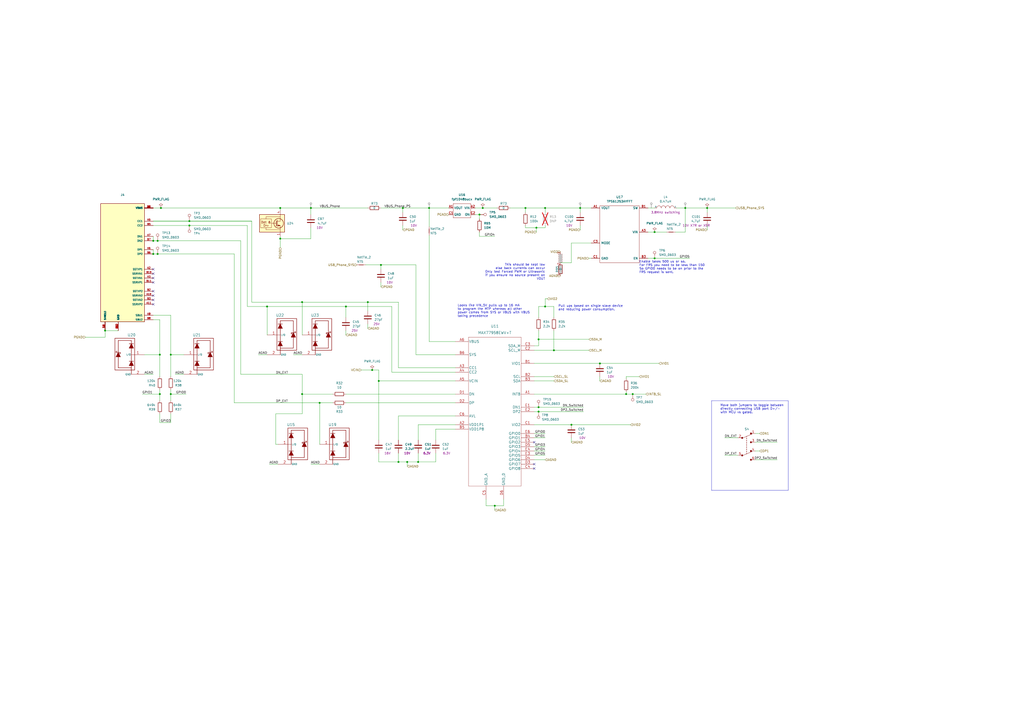
<source format=kicad_sch>
(kicad_sch (version 20230121) (generator eeschema)
  (paper "A2")
  (lib_symbols
    (symbol "Device:NetTie_2" (pin_numbers hide) (pin_names (offset 0) hide) (in_bom no)
      (property "Reference" "NT" (at 0 1.27 0))
      (property "Value" "NetTie_2" (at 0 -1.27 0))
      (symbol "NetTie_2_1_1"
        (pin passive line (at -2.54 0 0) (length 2.54) (name "1") (number "1"))
        (pin passive line (at 2.54 0 180) (length 2.54) (name "2") (number "2"))
      )
    )
    (symbol "Device:R" (pin_numbers hide) (pin_names (offset 0))
      (property "Reference" "R" (at 2.032 0 90))
      (property "Value" "R" (at 0 0 90))
      (symbol "R_1_1"
        (pin passive line (at 0 3.81 270) (length 1.27) (name "~") (number "1"))
        (pin passive line (at 0 -3.81 90) (length 1.27) (name "~") (number "2"))
      )
    )
    (symbol "TPD1E05U06_1" (pin_names (offset 0.254))
      (property "Reference" "U" (at -5.08 10.795 0))
      (symbol "TPD1E05U06_1_1_1"
        (pin bidirectional line (at -11.43 0 0) (length 7.62) (name "I/O") (number "1"))
        (pin power_in line (at -11.43 -11.43 0) (length 7.62) (name "GND") (number "2"))
      )
    )
    (symbol "robot:C" (pin_numbers hide) (pin_names (offset 0.254))
      (property "Reference" "C" (at 0.635 2.54 0))
      (property "Value" "C" (at 0.635 -2.54 0))
      (symbol "C_1_1"
        (pin passive line (at 0 3.81 270) (length 2.794) (name "~") (number "1"))
        (pin passive line (at 0 -3.81 90) (length 2.794) (name "~") (number "2"))
      )
    )
    (symbol "robot:INDUCTOR" (pin_numbers hide) (pin_names (offset 0))
      (property "Reference" "L" (at 0 2.54 0))
      (property "Value" "INDUCTOR" (at 0 -1.27 0))
      (symbol "INDUCTOR_1_1"
        (pin input line (at -6.35 0 0) (length 1.27) (name "1") (number "1"))
        (pin input line (at 6.35 0 180) (length 1.27) (name "2") (number "2"))
      )
    )
    (symbol "robot:JS202011SCQN" (pin_names (offset 0))
      (property "Reference" "S" (at -3.81 8.255 0))
      (property "Value" "JS202011SCQN" (at 0 -11.43 0))
      (symbol "JS202011SCQN_1_1"
        (pin passive line (at 5.08 7.62 180) (length 2.54) (name "~") (number "1"))
        (pin passive line (at -5.08 5.08 0) (length 2.54) (name "~") (number "2"))
        (pin passive line (at 5.08 2.54 180) (length 2.54) (name "~") (number "3"))
        (pin passive line (at 5.08 -2.54 180) (length 2.54) (name "~") (number "4"))
        (pin passive line (at -5.08 -5.08 0) (length 2.54) (name "~") (number "5"))
        (pin passive line (at 5.08 -7.62 180) (length 2.54) (name "~") (number "6"))
      )
    )
    (symbol "robot:MAX77958EWV+T" (pin_names (offset 0.254))
      (property "Reference" "U" (at 0 43.18 0))
      (property "Value" "MAX77958EWV+T" (at 0 40.64 0))
      (symbol "MAX77958EWV+T_1_1"
        (pin output line (at 22.86 5.08 180) (length 7.62) (name "INTB") (number "A1"))
        (pin power_out line (at -22.86 -12.7 0) (length 7.62) (name "VDD1P1") (number "A2"))
        (pin bidirectional line (at -22.86 20.32 0) (length 7.62) (name "CC1") (number "A3"))
        (pin bidirectional line (at -22.86 17.78 0) (length 7.62) (name "CC2") (number "A4"))
        (pin power_in line (at -22.86 12.7 0) (length 7.62) (name "VCIN") (number "A5"))
        (pin input line (at -22.86 35.56 0) (length 7.62) (name "VBUS") (number "A6"))
        (pin input line (at 22.86 22.86 180) (length 7.62) (name "VIO1") (number "B1"))
        (pin open_collector line (at 22.86 15.24 180) (length 7.62) (name "SCL") (number "B2"))
        (pin open_collector line (at 22.86 12.7 180) (length 7.62) (name "SDA") (number "B3"))
        (pin bidirectional line (at 22.86 -20.32 180) (length 7.62) (name "GPIO1") (number "B4"))
        (pin power_out line (at -22.86 -15.24 0) (length 7.62) (name "VDD1P8") (number "B5"))
        (pin input line (at -22.86 27.94 0) (length 7.62) (name "SYS") (number "B6"))
        (pin input line (at 22.86 -12.7 180) (length 7.62) (name "VIO2") (number "C1"))
        (pin open_collector line (at 22.86 30.48 180) (length 7.62) (name "SCL_M") (number "C2"))
        (pin open_collector line (at 22.86 33.02 180) (length 7.62) (name "SDA_M") (number "C3"))
        (pin bidirectional line (at 22.86 -38.1 180) (length 7.62) (name "GPIO8") (number "C4"))
        (pin power_in line (at -5.08 -55.88 90) (length 7.62) (name "GND_A") (number "C5"))
        (pin power_out line (at -22.86 -7.62 0) (length 7.62) (name "AVL") (number "C6"))
        (pin output line (at -22.86 5.08 0) (length 7.62) (name "DN") (number "D1"))
        (pin output line (at -22.86 0 0) (length 7.62) (name "DP") (number "D2"))
        (pin bidirectional line (at 22.86 -35.56 180) (length 7.62) (name "GPIO7") (number "D3"))
        (pin bidirectional line (at 22.86 -33.02 180) (length 7.62) (name "GPIO6") (number "D4"))
        (pin bidirectional line (at 22.86 -25.4 180) (length 7.62) (name "GPIO3") (number "D5"))
        (pin power_in line (at 5.08 -55.88 90) (length 7.62) (name "GND_D") (number "D6"))
        (pin input line (at 22.86 -2.54 180) (length 7.62) (name "DN1") (number "E1"))
        (pin input line (at 22.86 -5.08 180) (length 7.62) (name "DP2") (number "E2"))
        (pin bidirectional line (at 22.86 -30.48 180) (length 7.62) (name "GPIO5") (number "E3"))
        (pin bidirectional line (at 22.86 -27.94 180) (length 7.62) (name "GPIO4") (number "E4"))
        (pin bidirectional line (at 22.86 -22.86 180) (length 7.62) (name "GPIO2") (number "E5"))
        (pin bidirectional line (at 22.86 -17.78 180) (length 7.62) (name "GPIO0") (number "E6"))
      )
    )
    (symbol "robot:PWR_FLAG" (power) (pin_numbers hide) (pin_names (offset 0) hide)
      (property "Value" "PWR_FLAG" (at 0 3.81 0))
      (symbol "PWR_FLAG_0_0"
        (pin power_out line (at 0 0 90) (length 0) (name "pwr") (number "1"))
      )
    )
    (symbol "robot:R" (pin_numbers hide) (pin_names (offset 0))
      (property "Reference" "R" (at 2.032 0 90))
      (property "Value" "R" (at 0 0 90))
      (symbol "R_1_1"
        (pin passive line (at 0 3.81 270) (length 1.27) (name "~") (number "1"))
        (pin passive line (at 0 -3.81 90) (length 1.27) (name "~") (number "2"))
      )
    )
    (symbol "robot:Switch_R_SMD_3pin" (pin_names (offset 0) hide)
      (property "Reference" "R" (at 2.032 0 90))
      (property "Value" "R" (at 0 0 90))
      (symbol "Switch_R_SMD_3pin_1_1"
        (pin passive line (at 0 3.81 270) (length 1.27) (name "~") (number "1"))
        (pin passive line (at 0 -3.81 90) (length 1.27) (name "~") (number "2"))
        (pin passive line (at 0 -10.16 90) (length 1.27) (name "~") (number "3"))
      )
    )
    (symbol "robot:TPD1E05U06" (pin_names (offset 0.254))
      (property "Reference" "U" (at -5.08 10.795 0))
      (symbol "TPD1E05U06_1_1"
        (pin bidirectional line (at -11.43 0 0) (length 7.62) (name "I/O") (number "1"))
        (pin power_in line (at -11.43 -11.43 0) (length 7.62) (name "GND") (number "2"))
      )
    )
    (symbol "robot:TPS61253AYFFR" (pin_names (offset 0.762))
      (property "Reference" "IC" (at -11.43 20.32 0))
      (property "Value" "TPS61253AYFFR" (at -11.43 17.78 0))
      (symbol "TPS61253AYFFR_0_0"
        (pin power_out line (at 16.51 15.24 180) (length 5.08) (name "VOUT") (number "A1"))
        (pin passive line (at 16.51 15.24 180) (length 5.08) hide (name "VOUT") (number "A2"))
        (pin power_in line (at -16.51 1.27 0) (length 5.08) (name "VIN") (number "A3"))
        (pin bidirectional line (at -16.51 15.24 0) (length 5.08) (name "SW") (number "B1"))
        (pin bidirectional line (at -16.51 15.24 0) (length 5.08) hide (name "SW") (number "B2"))
        (pin input line (at -16.51 -13.97 0) (length 5.08) (name "EN") (number "B3"))
        (pin power_in line (at 16.51 -13.97 180) (length 5.08) (name "GND") (number "C1"))
        (pin power_in line (at 16.51 -13.97 180) (length 5.08) hide (name "GND") (number "C2"))
        (pin passive line (at 16.51 -5.08 180) (length 5.08) (name "MODE") (number "C3"))
      )
    )
    (symbol "robot:TVS0500DRV" (pin_names (offset 0) hide)
      (property "Reference" "U" (at -12.065 6.35 0))
      (symbol "TVS0500DRV_0_0"
        (text "Det &" (at -8.255 0.635 0) (effects (font (size 1.27 1.27))))
        (text "Drv" (at -8.255 -1.27 0) (effects (font (size 1.27 1.27))))
      )
      (symbol "TVS0500DRV_1_1"
        (pin power_in line (at 0 -7.62 90) (length 2.54) (name "GND") (number "1"))
        (pin power_in line (at 0 -7.62 90) (length 2.54) hide (name "GND") (number "2"))
        (pin power_in line (at 0 -7.62 90) (length 2.54) hide (name "GND") (number "3"))
        (pin passive line (at 0 7.62 270) (length 2.54) (name "IN") (number "4"))
        (pin passive line (at 0 7.62 270) (length 2.54) hide (name "IN") (number "5"))
        (pin passive line (at 0 7.62 270) (length 2.54) hide (name "IN") (number "6"))
        (pin power_in line (at 0 -7.62 90) (length 2.54) hide (name "GND") (number "7"))
      )
    )
    (symbol "robot:TestPoint" (pin_numbers hide) (pin_names (offset 0.762) hide)
      (property "Reference" "TP" (at 0 6.858 0))
      (symbol "TestPoint_1_1"
        (pin passive line (at 0 0 90) (length 2.54) (name "1") (number "1"))
      )
    )
    (symbol "robot:USB4151-GF-C_REVA" (pin_names (offset 1.016))
      (property "Reference" "J" (at -12.7 34.29 0))
      (property "Manufacturer Part Number" "USB4151-GF-C" (at 0 0 0))
      (symbol "USB4151-GF-C_REVA_0_0"
        (pin power_in line (at -2.54 -40.64 90) (length 5.08) (name "GND") (number "A1"))
        (pin passive line (at 17.78 -20.32 180) (length 5.08) (name "SSRXN2") (number "A10"))
        (pin passive line (at 17.78 -25.4 180) (length 5.08) (name "SSRXP2") (number "A11"))
        (pin power_in line (at -2.54 -40.64 90) (length 5.08) (name "GND") (number "A12"))
        (pin passive line (at 17.78 -5.08 180) (length 5.08) (name "SSTXP1") (number "A2"))
        (pin passive line (at 17.78 -10.16 180) (length 5.08) (name "SSTXN1") (number "A3"))
        (pin power_in line (at 17.78 30.48 180) (length 5.08) (name "VBUS") (number "A4"))
        (pin passive line (at 17.78 22.86 180) (length 5.08) (name "CC1") (number "A5"))
        (pin passive line (at 17.78 6.35 180) (length 5.08) (name "DP1") (number "A6"))
        (pin passive line (at 17.78 13.97 180) (length 5.08) (name "DN1") (number "A7"))
        (pin passive line (at 17.78 -31.75 180) (length 5.08) (name "SBU1") (number "A8"))
        (pin power_in line (at 17.78 30.48 180) (length 5.08) (name "VBUS") (number "A9"))
        (pin power_in line (at -2.54 -40.64 90) (length 5.08) (name "GND") (number "B1"))
        (pin passive line (at 17.78 -7.62 180) (length 5.08) (name "SSRXN1") (number "B10"))
        (pin passive line (at 17.78 -12.7 180) (length 5.08) (name "SSRXP1") (number "B11"))
        (pin power_in line (at -2.54 -40.64 90) (length 5.08) (name "GND") (number "B12"))
        (pin passive line (at 17.78 -17.78 180) (length 5.08) (name "SSTXP2") (number "B2"))
        (pin passive line (at 17.78 -22.86 180) (length 5.08) (name "SSTXN2") (number "B3"))
        (pin power_in line (at 17.78 30.48 180) (length 5.08) (name "VBUS") (number "B4"))
        (pin passive line (at 17.78 20.32 180) (length 5.08) (name "CC2") (number "B5"))
        (pin passive line (at 17.78 3.81 180) (length 5.08) (name "DP2") (number "B6"))
        (pin passive line (at 17.78 11.43 180) (length 5.08) (name "DN2") (number "B7"))
        (pin passive line (at 17.78 -34.29 180) (length 5.08) (name "SBU2") (number "B8"))
        (pin power_in line (at 17.78 30.48 180) (length 5.08) (name "VBUS") (number "B9"))
        (pin passive line (at -10.16 -40.64 90) (length 5.08) (name "SHIELD") (number "S1"))
        (pin passive line (at -10.16 -40.64 90) (length 5.08) (name "SHIELD") (number "S2"))
        (pin passive line (at -10.16 -40.64 90) (length 5.08) (name "SHIELD") (number "S3"))
        (pin passive line (at -10.16 -40.64 90) (length 5.08) (name "SHIELD") (number "S4"))
        (pin passive line (at -10.16 -40.64 90) (length 5.08) (name "SHIELD") (number "S5"))
      )
    )
    (symbol "robot:fpf1048bucx"
      (property "Reference" "U" (at -5.08 5.08 0))
      (property "Value" "fpf1048bucx" (at 0 -5.715 0))
      (symbol "fpf1048bucx_1_1"
        (pin power_out line (at 7.62 1.27 180) (length 2.54) (name "VOUT") (number "A1"))
        (pin power_in line (at -7.62 1.27 0) (length 2.54) (name "VIN") (number "A2"))
        (pin passive line (at 7.62 1.27 180) (length 2.54) hide (name "VOUT") (number "B1"))
        (pin passive line (at -7.62 1.27 0) (length 2.54) hide (name "VIN") (number "B2"))
        (pin power_in line (at 7.62 -2.54 180) (length 2.54) (name "GND") (number "C1"))
        (pin input line (at -7.62 -2.54 0) (length 2.54) (name "ON") (number "C2"))
      )
    )
  )
  (junction (at 278.13 124.46))
  (junction (at 220.98 153.67))
  (junction (at 312.42 238.76))
  (junction (at 233.68 120.65))
  (junction (at 91.44 147.32))
  (junction (at 180.34 120.65))
  (junction (at 60.96 191.77))
  (junction (at 242.57 267.97))
  (junction (at 92.71 228.6))
  (junction (at 109.855 130.81))
  (junction (at 219.71 220.98))
  (junction (at 287.02 293.37))
  (junction (at 312.42 236.22))
  (junction (at 88.9 147.32))
  (junction (at 88.9 139.7))
  (junction (at 185.42 233.68))
  (junction (at 162.56 120.65))
  (junction (at 154.94 177.8))
  (junction (at 231.14 267.97))
  (junction (at 304.8 120.65))
  (junction (at 316.23 120.65))
  (junction (at 175.26 175.26))
  (junction (at 109.855 128.27))
  (junction (at 213.36 175.26))
  (junction (at 410.21 120.65))
  (junction (at 367.03 228.6))
  (junction (at 91.44 139.7))
  (junction (at 92.71 205.74))
  (junction (at 93.345 120.65))
  (junction (at 248.92 120.65))
  (junction (at 316.23 177.8))
  (junction (at 200.66 177.8))
  (junction (at 331.47 246.38))
  (junction (at 379.73 134.62))
  (junction (at 99.06 205.74))
  (junction (at 162.56 138.43))
  (junction (at 397.51 120.65))
  (junction (at 236.22 267.97))
  (junction (at 311.15 132.08))
  (junction (at 215.9 214.63))
  (junction (at 379.73 149.86))
  (junction (at 280.035 120.65))
  (junction (at 312.42 196.85))
  (junction (at 363.22 228.6))
  (junction (at 321.31 203.2))
  (junction (at 99.06 228.6))
  (junction (at 347.98 210.82))
  (junction (at 336.55 120.65))
  (junction (at 175.26 228.6))
  (no_connect (at 309.88 256.54))
  (no_connect (at 88.9 171.45))
  (no_connect (at 88.9 158.75))
  (no_connect (at 88.9 161.29))
  (no_connect (at 88.9 176.53))
  (no_connect (at 88.9 163.83))
  (no_connect (at 88.9 173.99))
  (no_connect (at 88.9 168.91))
  (no_connect (at 309.88 269.24))
  (no_connect (at 309.88 271.78))
  (no_connect (at 88.9 156.21))
  (wire (pts (xy 280.035 120.65) (xy 288.29 120.65)))
  (wire (pts (xy 410.21 130.81) (xy 410.21 133.35)))
  (wire (pts (xy 316.23 120.65) (xy 316.23 123.19)))
  (wire (pts (xy 342.9 140.97) (xy 331.47 140.97)))
  (polyline (pts (xy 457.2 284.48) (xy 457.2 232.41)))
  (wire (pts (xy 231.14 175.26) (xy 213.36 175.26)))
  (wire (pts (xy 309.88 251.46) (xy 316.23 251.46)))
  (wire (pts (xy 438.15 266.7) (xy 450.85 266.7)))
  (wire (pts (xy 175.26 175.26) (xy 213.36 175.26)))
  (wire (pts (xy 281.94 289.56) (xy 281.94 293.37)))
  (wire (pts (xy 370.84 218.44) (xy 363.22 218.44)))
  (wire (pts (xy 309.88 218.44) (xy 321.31 218.44)))
  (wire (pts (xy 220.98 120.65) (xy 233.68 120.65)))
  (wire (pts (xy 88.9 120.65) (xy 93.345 120.65)))
  (wire (pts (xy 397.51 120.65) (xy 410.21 120.65)))
  (wire (pts (xy 162.56 120.65) (xy 162.56 121.92)))
  (wire (pts (xy 379.73 134.62) (xy 386.715 134.62)))
  (wire (pts (xy 317.5 173.355) (xy 316.23 173.355)))
  (wire (pts (xy 231.14 213.36) (xy 231.14 175.26)))
  (wire (pts (xy 304.8 132.08) (xy 311.15 132.08)))
  (wire (pts (xy 242.57 246.38) (xy 242.57 255.27)))
  (wire (pts (xy 331.47 254) (xy 331.47 256.54)))
  (wire (pts (xy 135.89 233.68) (xy 185.42 233.68)))
  (wire (pts (xy 92.71 228.6) (xy 92.71 232.41)))
  (wire (pts (xy 275.59 124.46) (xy 278.13 124.46)))
  (wire (pts (xy 213.36 175.26) (xy 213.36 180.34)))
  (wire (pts (xy 107.95 228.6) (xy 99.06 228.6)))
  (wire (pts (xy 295.91 120.65) (xy 304.8 120.65)))
  (wire (pts (xy 278.13 134.62) (xy 278.13 137.16)))
  (wire (pts (xy 316.23 177.8) (xy 321.31 177.8)))
  (wire (pts (xy 92.71 228.6) (xy 92.71 226.06)))
  (wire (pts (xy 219.71 220.98) (xy 264.16 220.98)))
  (wire (pts (xy 341.63 149.86) (xy 342.9 149.86)))
  (wire (pts (xy 312.42 196.85) (xy 341.63 196.85)))
  (wire (pts (xy 304.8 130.81) (xy 304.8 132.08)))
  (wire (pts (xy 99.06 205.74) (xy 106.68 205.74)))
  (wire (pts (xy 88.9 128.27) (xy 109.855 128.27)) (stroke (width 0.254)))
  (wire (pts (xy 420.37 264.16) (xy 427.99 264.16)))
  (wire (pts (xy 200.66 233.68) (xy 264.16 233.68)))
  (wire (pts (xy 231.14 267.97) (xy 236.22 267.97)))
  (wire (pts (xy 264.16 248.92) (xy 252.73 248.92)))
  (wire (pts (xy 231.14 241.3) (xy 231.14 255.27)))
  (wire (pts (xy 309.88 203.2) (xy 321.31 203.2)))
  (wire (pts (xy 309.88 210.82) (xy 347.98 210.82)))
  (wire (pts (xy 215.9 214.63) (xy 219.71 214.63)))
  (wire (pts (xy 242.57 262.89) (xy 242.57 267.97)))
  (wire (pts (xy 219.71 267.97) (xy 231.14 267.97)))
  (wire (pts (xy 109.855 130.81) (xy 143.51 130.81)))
  (wire (pts (xy 162.56 137.16) (xy 162.56 138.43)))
  (wire (pts (xy 275.59 120.65) (xy 280.035 120.65)))
  (wire (pts (xy 209.55 214.63) (xy 215.9 214.63)))
  (wire (pts (xy 212.09 153.67) (xy 220.98 153.67)))
  (wire (pts (xy 233.68 120.65) (xy 233.68 123.19)))
  (wire (pts (xy 309.88 246.38) (xy 331.47 246.38)))
  (wire (pts (xy 219.71 220.98) (xy 219.71 255.27)))
  (wire (pts (xy 160.02 240.03) (xy 160.02 257.81)))
  (wire (pts (xy 220.98 156.21) (xy 220.98 153.67)))
  (wire (pts (xy 312.42 184.15) (xy 312.42 177.8)))
  (wire (pts (xy 336.55 130.81) (xy 336.55 133.35)))
  (wire (pts (xy 311.15 132.08) (xy 316.23 132.08)))
  (wire (pts (xy 316.23 173.355) (xy 316.23 177.8)))
  (wire (pts (xy 311.15 132.08) (xy 311.15 134.62)))
  (wire (pts (xy 347.98 218.44) (xy 347.98 220.98)))
  (wire (pts (xy 264.16 205.74) (xy 241.3 205.74)))
  (wire (pts (xy 252.73 248.92) (xy 252.73 255.27)))
  (wire (pts (xy 92.71 245.11) (xy 92.71 240.03)))
  (wire (pts (xy 248.92 136.525) (xy 248.92 198.12)))
  (wire (pts (xy 252.73 267.97) (xy 242.57 267.97)))
  (wire (pts (xy 149.86 205.74) (xy 154.94 205.74)))
  (wire (pts (xy 420.37 254) (xy 427.99 254)))
  (wire (pts (xy 312.42 177.8) (xy 316.23 177.8)))
  (wire (pts (xy 200.66 177.8) (xy 200.66 184.15)))
  (wire (pts (xy 88.9 182.88) (xy 99.06 182.88)))
  (wire (pts (xy 162.56 138.43) (xy 180.34 138.43)))
  (wire (pts (xy 146.05 175.26) (xy 175.26 175.26)))
  (wire (pts (xy 375.92 134.62) (xy 379.73 134.62)))
  (wire (pts (xy 233.68 130.81) (xy 233.68 133.35)))
  (wire (pts (xy 233.68 120.65) (xy 248.92 120.65)))
  (wire (pts (xy 438.15 256.54) (xy 450.85 256.54)))
  (wire (pts (xy 180.34 132.08) (xy 180.34 138.43)))
  (wire (pts (xy 154.94 177.8) (xy 200.66 177.8)))
  (wire (pts (xy 367.03 228.6) (xy 374.65 228.6)))
  (wire (pts (xy 331.47 152.4) (xy 331.47 140.97)))
  (wire (pts (xy 278.13 137.16) (xy 287.02 137.16)))
  (wire (pts (xy 321.31 203.2) (xy 321.31 191.77)))
  (wire (pts (xy 88.9 217.17) (xy 83.82 217.17)))
  (wire (pts (xy 397.51 134.62) (xy 397.51 120.65)))
  (wire (pts (xy 200.66 177.8) (xy 227.33 177.8)))
  (wire (pts (xy 264.16 246.38) (xy 242.57 246.38)))
  (wire (pts (xy 309.88 254) (xy 316.23 254)))
  (wire (pts (xy 321.31 203.2) (xy 341.63 203.2)))
  (wire (pts (xy 88.9 137.16) (xy 88.9 139.7)))
  (wire (pts (xy 91.44 147.32) (xy 135.89 147.32)))
  (wire (pts (xy 316.23 120.65) (xy 336.55 120.65)))
  (wire (pts (xy 180.34 120.65) (xy 213.36 120.65)))
  (wire (pts (xy 227.33 215.9) (xy 264.16 215.9)))
  (wire (pts (xy 281.94 293.37) (xy 287.02 293.37)))
  (wire (pts (xy 220.98 163.83) (xy 220.98 166.37)))
  (wire (pts (xy 379.73 149.86) (xy 400.05 149.86)))
  (wire (pts (xy 309.88 200.66) (xy 312.42 200.66)))
  (wire (pts (xy 397.51 120.65) (xy 392.43 120.65)))
  (wire (pts (xy 278.13 124.46) (xy 278.13 127)))
  (wire (pts (xy 175.26 240.03) (xy 160.02 240.03)))
  (wire (pts (xy 219.71 262.89) (xy 219.71 267.97)))
  (wire (pts (xy 309.88 266.7) (xy 316.23 266.7)))
  (wire (pts (xy 91.44 139.7) (xy 139.7 139.7)))
  (wire (pts (xy 312.42 236.22) (xy 338.455 236.22)))
  (wire (pts (xy 309.88 259.08) (xy 316.23 259.08)))
  (polyline (pts (xy 412.75 232.41) (xy 412.75 284.48)))
  (wire (pts (xy 99.06 228.6) (xy 99.06 232.41)))
  (wire (pts (xy 410.21 123.19) (xy 410.21 120.65)))
  (wire (pts (xy 200.66 191.77) (xy 200.66 194.31)))
  (wire (pts (xy 264.16 213.36) (xy 231.14 213.36)))
  (wire (pts (xy 379.73 120.65) (xy 375.92 120.65)))
  (wire (pts (xy 88.9 185.42) (xy 92.71 185.42)))
  (wire (pts (xy 162.56 143.51) (xy 162.56 138.43)))
  (wire (pts (xy 88.9 139.7) (xy 91.44 139.7)))
  (wire (pts (xy 99.06 228.6) (xy 99.06 226.06)))
  (wire (pts (xy 264.16 241.3) (xy 231.14 241.3)))
  (wire (pts (xy 336.55 123.19) (xy 336.55 120.65)))
  (wire (pts (xy 440.69 251.46) (xy 438.15 251.46)))
  (wire (pts (xy 175.26 228.6) (xy 175.26 240.03)))
  (wire (pts (xy 331.47 246.38) (xy 365.76 246.38)))
  (wire (pts (xy 200.66 228.6) (xy 264.16 228.6)))
  (wire (pts (xy 109.855 128.27) (xy 146.05 128.27)) (stroke (width 0.254)))
  (wire (pts (xy 241.3 153.67) (xy 220.98 153.67)))
  (wire (pts (xy 363.22 218.44) (xy 363.22 219.71)))
  (wire (pts (xy 101.6 217.17) (xy 106.68 217.17)))
  (wire (pts (xy 440.69 261.62) (xy 438.15 261.62)))
  (wire (pts (xy 236.22 267.97) (xy 236.22 270.51)))
  (wire (pts (xy 410.21 120.65) (xy 426.72 120.65)))
  (wire (pts (xy 264.16 198.12) (xy 248.92 198.12)))
  (wire (pts (xy 93.345 120.65) (xy 162.56 120.65)))
  (wire (pts (xy 292.1 289.56) (xy 292.1 293.37)))
  (wire (pts (xy 363.22 228.6) (xy 367.03 228.6)))
  (wire (pts (xy 325.12 152.4) (xy 331.47 152.4)))
  (wire (pts (xy 170.18 205.74) (xy 175.26 205.74)))
  (wire (pts (xy 309.88 220.98) (xy 321.31 220.98)))
  (wire (pts (xy 347.98 210.82) (xy 382.27 210.82)))
  (wire (pts (xy 99.06 240.03) (xy 99.06 245.11)))
  (wire (pts (xy 146.05 175.26) (xy 146.05 128.27)))
  (wire (pts (xy 219.71 214.63) (xy 219.71 220.98)))
  (wire (pts (xy 227.33 177.8) (xy 227.33 215.9)))
  (polyline (pts (xy 412.75 232.41) (xy 457.2 232.41)))
  (wire (pts (xy 309.88 264.16) (xy 316.23 264.16)))
  (wire (pts (xy 92.71 185.42) (xy 92.71 205.74)))
  (wire (pts (xy 99.06 245.11) (xy 92.71 245.11)))
  (wire (pts (xy 156.21 269.24) (xy 161.29 269.24)))
  (wire (pts (xy 88.9 130.81) (xy 109.855 130.81)))
  (wire (pts (xy 312.42 200.66) (xy 312.42 196.85)))
  (wire (pts (xy 180.34 120.65) (xy 180.34 124.46)))
  (wire (pts (xy 241.3 205.74) (xy 241.3 153.67)))
  (wire (pts (xy 248.92 120.65) (xy 260.35 120.65)))
  (wire (pts (xy 287.02 293.37) (xy 287.02 295.91)))
  (wire (pts (xy 162.56 120.65) (xy 180.34 120.65)))
  (wire (pts (xy 160.02 257.81) (xy 161.29 257.81)))
  (polyline (pts (xy 412.75 284.48) (xy 457.2 284.48)))
  (wire (pts (xy 88.9 147.32) (xy 91.44 147.32)))
  (wire (pts (xy 175.26 175.26) (xy 175.26 194.31)))
  (wire (pts (xy 135.89 147.32) (xy 135.89 233.68)))
  (wire (pts (xy 292.1 293.37) (xy 287.02 293.37)))
  (wire (pts (xy 375.92 149.86) (xy 379.73 149.86)))
  (wire (pts (xy 391.795 134.62) (xy 397.51 134.62)))
  (wire (pts (xy 304.8 120.65) (xy 316.23 120.65)))
  (wire (pts (xy 88.9 147.32) (xy 88.9 144.78)))
  (wire (pts (xy 304.8 120.65) (xy 304.8 123.19)))
  (wire (pts (xy 49.53 195.58) (xy 60.96 195.58)))
  (wire (pts (xy 321.31 184.15) (xy 321.31 177.8)))
  (wire (pts (xy 312.42 238.76) (xy 338.455 238.76)))
  (wire (pts (xy 99.06 182.88) (xy 99.06 205.74)))
  (wire (pts (xy 60.96 191.77) (xy 68.58 191.77)))
  (wire (pts (xy 139.7 139.7) (xy 139.7 217.17)))
  (wire (pts (xy 309.88 261.62) (xy 316.23 261.62)))
  (wire (pts (xy 336.55 120.65) (xy 342.9 120.65)))
  (wire (pts (xy 143.51 130.81) (xy 143.51 177.8)))
  (wire (pts (xy 363.22 227.33) (xy 363.22 228.6)))
  (wire (pts (xy 248.92 120.65) (xy 248.92 131.445)))
  (wire (pts (xy 139.7 217.17) (xy 175.26 217.17)))
  (wire (pts (xy 312.42 196.85) (xy 312.42 191.77)))
  (wire (pts (xy 60.96 195.58) (xy 60.96 191.77)))
  (wire (pts (xy 309.88 236.22) (xy 312.42 236.22)))
  (wire (pts (xy 213.36 187.96) (xy 213.36 190.5)))
  (wire (pts (xy 99.06 205.74) (xy 99.06 218.44)))
  (wire (pts (xy 185.42 233.68) (xy 193.04 233.68)))
  (wire (pts (xy 242.57 267.97) (xy 236.22 267.97)))
  (wire (pts (xy 83.82 205.74) (xy 92.71 205.74)))
  (wire (pts (xy 175.26 228.6) (xy 193.04 228.6)))
  (wire (pts (xy 252.73 262.89) (xy 252.73 267.97)))
  (wire (pts (xy 143.51 177.8) (xy 154.94 177.8)))
  (wire (pts (xy 185.42 233.68) (xy 185.42 257.81)))
  (wire (pts (xy 316.23 132.08) (xy 316.23 130.81)))
  (wire (pts (xy 309.88 238.76) (xy 312.42 238.76)))
  (wire (pts (xy 309.88 228.6) (xy 363.22 228.6)))
  (wire (pts (xy 82.55 228.6) (xy 92.71 228.6)))
  (wire (pts (xy 154.94 177.8) (xy 154.94 194.31)))
  (wire (pts (xy 180.34 269.24) (xy 185.42 269.24)))
  (wire (pts (xy 92.71 205.74) (xy 92.71 218.44)))
  (wire (pts (xy 231.14 262.89) (xy 231.14 267.97)))
  (wire (pts (xy 175.26 217.17) (xy 175.26 228.6)))
  (text "This should be kept low\nelse back currents can occur\nOnly test Forced PWM or Ultrasonic\nif you ensure no source present on\nVOUT" (at 316.23 162.56 0) (effects (font (size 1.27 1.27)) (justify right bottom)))
  (text "Enable takes 500 us or so. \nFor FRS you need to be less than 150\nSo GPIO0 needs to be on prior to the\nFRS request is sent. " (at 370.84 158.75 0) (effects (font (size 1.27 1.27)) (justify left bottom)))
  (text "Pull ups based on single slave device\nand reducing power consumption." (at 323.85 180.34 0) (effects (font (size 1.27 1.27)) (justify left bottom)))
  (text "Looks like VIN_5V pulls up to 16 mA\nto program the MTP whereas all other\npower comes from SYS or VBUS with VBUS\ntaking precedence" (at 265.43 184.15 0) (effects (font (size 1.27 1.27)) (justify left bottom)))
  (text "Move both jumpers to toggle between\ndirectly connecting USB port D+/-\nwith MCU vs gated. \n" (at 417.83 240.03 0) (effects (font (size 1.27 1.27)) (justify left bottom)))
  (label "GPIO3" (at 316.23 259.08 180))
  (label "DN_Switched" (at 338.455 236.22 180))
  (label "GPIO4" (at 287.02 137.16 180))
  (label "GPIO0" (at 107.95 228.6 180))
  (label "DP2_Switched" (at 450.85 266.7 180))
  (label "GPIO0" (at 316.23 251.46 180))
  (label "AGND" (at 88.9 217.17 180))
  (label "GPIO5" (at 400.05 149.86 180))
  (label "GPIO1" (at 316.23 254 180))
  (label "DN_EXT" (at 420.37 254 0))
  (label "DN_Switched" (at 450.85 256.54 180))
  (label "DN_EXT" (at 160.02 217.17 0))
  (label "AGND" (at 149.86 205.74 0))
  (label "GPIO3" (at 99.06 245.11 180))
  (label "DP_EXT" (at 420.37 264.16 0))
  (label "GPIO4" (at 316.23 261.62 180))
  (label "AGND" (at 170.18 205.74 0))
  (label "VBUS_Phone" (at 185.42 120.65 0))
  (label "GPIO5" (at 316.23 264.16 180))
  (label "DP_EXT" (at 160.02 233.68 0))
  (label "VBUS_Phone_PS" (at 222.885 120.65 0))
  (label "AGND" (at 101.6 217.17 0))
  (label "AGND" (at 180.34 269.24 0))
  (label "GPIO1" (at 82.55 228.6 0))
  (label "DP2_Switched" (at 338.455 238.76 180))
  (label "AGND" (at 156.21 269.24 0))
  (hierarchical_label "VIO2" (shape input) (at 325.12 146.05 180))
  (hierarchical_label "INTB_SL" (shape input) (at 374.65 228.6 0))
  (hierarchical_label "PGND" (shape input) (at 341.63 149.86 180))
  (hierarchical_label "AGND" (shape input) (at 213.36 190.5 0))
  (hierarchical_label "AGND" (shape input) (at 325.12 160.02 180))
  (hierarchical_label "PGND" (shape input) (at 260.35 124.46 180))
  (hierarchical_label "AGND" (shape input) (at 316.23 266.7 0))
  (hierarchical_label "VCIN" (shape input) (at 209.55 214.63 180))
  (hierarchical_label "VIO1" (shape input) (at 370.84 218.44 0))
  (hierarchical_label "PGND" (shape input) (at 410.21 133.35 180))
  (hierarchical_label "AGND" (shape input) (at 347.98 220.98 0))
  (hierarchical_label "PGND" (shape input) (at 336.55 133.35 180))
  (hierarchical_label "SCL_SL" (shape input) (at 321.31 218.44 0))
  (hierarchical_label "PGND" (shape input) (at 233.68 133.35 0))
  (hierarchical_label "AGND" (shape input) (at 331.47 256.54 0))
  (hierarchical_label "AGND" (shape input) (at 200.66 194.31 0))
  (hierarchical_label "SDA_M" (shape input) (at 341.63 196.85 0))
  (hierarchical_label "PGND" (shape input) (at 311.15 134.62 180))
  (hierarchical_label "PGND" (shape input) (at 162.56 143.51 270))
  (hierarchical_label "VIO2" (shape input) (at 365.76 246.38 0))
  (hierarchical_label "USB_Phone_SYS" (shape input) (at 426.72 120.65 0))
  (hierarchical_label "AGND" (shape input) (at 287.02 295.91 0))
  (hierarchical_label "PGND" (shape input) (at 49.53 195.58 180))
  (hierarchical_label "USB_Phone_SYS" (shape input) (at 207.01 153.67 180))
  (hierarchical_label "VIO2" (shape input) (at 317.5 173.355 0))
  (hierarchical_label "DN1" (shape input) (at 440.69 251.46 0))
  (hierarchical_label "SCL_M" (shape input) (at 341.63 203.2 0))
  (hierarchical_label "AGND" (shape input) (at 236.22 270.51 0))
  (hierarchical_label "DP1" (shape input) (at 440.69 261.62 0))
  (hierarchical_label "PGND" (shape input) (at 220.98 166.37 0))
  (hierarchical_label "VIO1" (shape input) (at 382.27 210.82 0))
  (hierarchical_label "SDA_SL" (shape input) (at 321.31 220.98 0))
  (netclass_flag "" (length 2.54) (shape round) (at 397.51 120.65 0) (property "Netclass" "power_1A" (effects hide)))
  (netclass_flag "" (length 2.54) (shape round) (at 377.825 120.65 0) (property "Netclass" "power_1A" (effects hide)))
  (netclass_flag "" (length 2.54) (shape round) (at 248.92 120.65 0) (property "Netclass" "power_1A" (effects hide)))
  (netclass_flag "" (length 2.54) (shape round) (at 336.55 120.65 0) (property "Netclass" "power_1A" (effects hide)))
  (netclass_flag "" (length 2.54) (shape round) (at 180.34 120.65 0) (property "Netclass" "power_1A" (effects hide)))
  (symbol (lib_id "robot:R") (at 92.71 236.22 180) (unit 1)
    (property "Reference" "R39" (at 90.17 237.4901 0) (effects (justify left)))
    (property "Value" "649k" (at 90.17 234.9501 0) (effects (justify left)))
    (property "Footprint" "robot:R_0603_1608Metric" (effects hide))
    (property "Manufacturer" "Stackpole Electronics" (effects hide))
    (property "Part Number" "RMCF0603FT649K" (effects hide))
  )
  (symbol (lib_id "robot:C") (at 220.98 160.02 0) (unit 1)
    (property "Reference" "C48" (at 224.79 158.7499 0) (effects (justify left)))
    (property "Value" "1uF" (at 224.79 161.2899 0) (effects (justify left)))
    (property "Footprint" "robot:C_0402_1005Metric" (effects hide))
    (property "Description" "10V" (at 226.06 163.83 0))
    (property "Manufacturer" "Murata" (effects hide))
    (property "Part Number" "GRM155R61E105KA12D" (effects hide))
  )
  (symbol (lib_id "robot:PWR_FLAG") (at 215.9 214.63 0) (unit 1)
    (property "Reference" "#FLG0105" (effects hide))
    (property "Value" "PWR_FLAG" (at 215.9 209.55 0))
  )
  (symbol (lib_id "robot:PWR_FLAG") (at 280.035 120.65 0) (unit 1)
    (property "Reference" "#FLG02" (effects hide))
    (property "Value" "PWR_FLAG" (at 280.035 115.57 0))
    (instances (project "robot" (path "" (reference "#FLG02") (unit 1)) (path "" (reference "#FLG03") (unit 1))))
  )
  (symbol (lib_id "robot:R") (at 304.8 127 0) (unit 1)
    (property "Reference" "R12" (at 307.34 125.7299 0) (effects (justify left)))
    (property "Value" "100k" (at 307.34 128.2699 0) (effects (justify left)))
    (property "Footprint" "robot:R_0603_1608Metric" (effects hide))
    (property "Manufacturer" "Walsin Technology" (effects hide))
    (property "Part Number" "WR06X1003FTL" (effects hide))
    (property "Stock" "100" (effects hide))
  )
  (symbol (lib_id "robot:R") (at 92.71 222.25 180) (unit 1)
    (property "Reference" "R40" (at 90.17 223.5201 0) (effects (justify left)))
    (property "Value" "120k" (at 90.17 220.9801 0) (effects (justify left)))
    (property "Footprint" "robot:R_0603_1608Metric" (effects hide))
    (property "Manufacturer" "Stackpole Electronics" (effects hide))
    (property "Part Number" "RMCF0603JT120K" (effects hide))
  )
  (symbol (lib_id "robot:C") (at 219.71 259.08 0) (unit 1)
    (property "Reference" "C47" (at 223.52 257.8099 0) (effects (justify left)))
    (property "Value" "1uF" (at 223.52 260.3499 0) (effects (justify left)))
    (property "Footprint" "robot:C_0402_1005Metric" (effects hide))
    (property "Description" "16V" (at 224.79 262.89 0))
    (property "Manufacturer" "Murata" (effects hide))
    (property "Part Number" "GRM155R61E105KA12D" (effects hide))
  )
  (symbol (lib_id "robot:TestPoint") (at 379.73 149.86 0) (unit 1)
    (property "Reference" "TP6" (at 382.27 145.288 0) (effects (justify left)))
    (property "Value" "SMD_0603" (at 382.27 147.828 0) (effects (justify left)))
    (property "Footprint" "robot:TestPoint_SMD_0603" (effects hide))
    (property "Description" "SMD Test Point 0603 size." (effects hide))
    (property "Manufacturer" "KOA Speer Electronics, Inc." (effects hide))
    (property "Part Number" "RCUCTE" (effects hide))
  )
  (symbol (lib_id "Device:NetTie_2") (at 389.255 134.62 0) (unit 1) (in_bom no)
    (property "Reference" "NT5" (at 386.715 132.715 0) (effects (justify left)))
    (property "Value" "NetTie_2" (at 386.715 130.175 0) (effects (justify left)))
    (property "Footprint" "robot:NetTie-_SMD_Pad6mil" (effects hide))
    (property "Manufacturer" "N/A" (effects hide))
    (property "Part Number" "N/A" (effects hide))
    (instances (project "robot" (path "" (reference "NT5") (unit 1)) (path "" (reference "NT15") (unit 1)) (path "" (reference "NT16") (unit 1)) (path "" (reference "NT21") (unit 1)) (path "" (reference "NT21") (unit 1))))
  )
  (symbol (lib_id "robot:C") (at 231.14 259.08 0) (unit 1)
    (property "Reference" "C49" (at 234.95 257.8099 0) (effects (justify left)))
    (property "Value" "2.2uF" (at 234.95 260.3499 0) (effects (justify left)))
    (property "Footprint" "robot:C_0603_1608Metric" (effects hide))
    (property "Description" "10V" (at 236.22 262.89 0))
    (property "Manufacturer" "Samsung" (effects hide))
    (property "Part Number" "CL10A225KP8NNNC" (effects hide))
  )
  (symbol (lib_id "robot:TPD1E05U06") (at 172.72 257.81 0) (unit 1)
    (property "Reference" "U15" (at 166.37 246.38 0) (effects (font (size 1.524 1.524)) (justify left)))
    (property "Value" "TPD1E05U06" (effects hide))
    (property "Footprint" "robot:TPD1E05U06DPYR" (effects hide))
    (property "Datasheet" "https://www.ti.com/lit/gpn/tpd1e05u06" (effects hide))
    (property "Manufacturer" "Texas Instruments" (effects hide))
    (property "Part Number" "TPD1E05U06DPYR" (effects hide))
  )
  (symbol (lib_id "robot:R") (at 363.22 223.52 0) (unit 1)
    (property "Reference" "R36" (at 365.76 222.2499 0) (effects (justify left)))
    (property "Value" "200k" (at 365.76 224.7899 0) (effects (justify left)))
    (property "Footprint" "robot:R_0603_1608Metric" (effects hide))
    (property "Manufacturer" "Stackpole Electronics" (effects hide))
    (property "Part Number" "RMCF0603JT200K" (effects hide))
  )
  (symbol (lib_id "robot:TestPoint") (at 91.44 147.32 0) (unit 1)
    (property "Reference" "TP14" (at 93.98 142.7479 0) (effects (justify left)))
    (property "Value" "SMD_0603" (at 93.98 145.2879 0) (effects (justify left)))
    (property "Footprint" "robot:TestPoint_SMD_0603" (effects hide))
    (property "Description" "SMD Test Point 0603 size." (effects hide))
    (property "Manufacturer" "KOA Speer Electronics, Inc." (effects hide))
    (property "Part Number" "RCUCTE" (effects hide))
  )
  (symbol (lib_id "robot:R") (at 316.23 127 0) (unit 1) (in_bom no) (dnp yes)
    (property "Reference" "R13" (at 318.77 125.7299 0) (effects (justify left)))
    (property "Value" "DNP" (at 318.77 128.2699 0) (effects (justify left)))
    (property "Footprint" "robot:R_0603_1608Metric" (effects hide))
    (property "Manufacturer" "DNP" (effects hide))
    (property "Part Number" "DNP" (effects hide))
  )
  (symbol (lib_id "robot:PWR_FLAG") (at 410.21 120.65 0) (unit 1)
    (property "Reference" "#FLG02" (effects hide))
    (property "Value" "PWR_FLAG" (at 410.21 115.57 0))
    (instances (project "robot" (path "" (reference "#FLG02") (unit 1)) (path "" (reference "#FLG04") (unit 1))))
  )
  (symbol (lib_id "robot:C") (at 242.57 259.08 0) (unit 1)
    (property "Reference" "C51" (at 246.38 257.8099 0) (effects (justify left)))
    (property "Value" "1uF" (at 246.38 260.3499 0) (effects (justify left)))
    (property "Footprint" "robot:C_0402_1005Metric" (effects hide))
    (property "Description" "6.3V" (at 247.65 262.89 0))
    (property "Manufacturer" "Murata" (effects hide))
    (property "Part Number" "GRM155R61E105KA12D" (effects hide))
  )
  (symbol (lib_id "robot:C") (at 200.66 187.96 0) (unit 1)
    (property "Reference" "C45" (at 204.47 186.6899 0) (effects (justify left)))
    (property "Value" "27pF" (at 204.47 189.2299 0) (effects (justify left)))
    (property "Footprint" "robot:C_0402_1005Metric" (effects hide))
    (property "Description" "25V" (at 205.74 191.77 0))
    (property "Manufacturer" "Murata" (effects hide))
    (property "Part Number" "GRM1555C1H270JA01J" (effects hide))
  )
  (symbol (lib_id "robot:C") (at 180.34 128.27 0) (unit 1)
    (property "Reference" "C97" (at 184.15 126.9999 0) (effects (justify left)))
    (property "Value" "4.7uF" (at 184.15 129.5399 0) (effects (justify left)))
    (property "Footprint" "robot:C_0805_2012Metric" (effects hide))
    (property "Description" "10V" (at 185.42 132.08 0))
    (property "Manufacturer" "Samsung" (effects hide))
    (property "Part Number" "CL21A475KAQNNNG" (effects hide))
  )
  (symbol (lib_id "Device:R") (at 292.1 120.65 90) (unit 1)
    (property "Reference" "R73" (at 292.1 118.11 90))
    (property "Value" "0" (at 292.1 120.65 90))
    (property "Footprint" "robot:R_0805_2012Metric" (effects hide))
    (property "Manufacturer" "Stackpole Electronics" (effects hide))
    (property "Part Number" "RMCF0805ZT0R00" (effects hide))
    (instances (project "robot" (path "" (reference "R73") (unit 1)) (path "" (reference "R74") (unit 1))))
  )
  (symbol (lib_id "Device:NetTie_2") (at 248.92 133.985 270) (mirror x) (unit 1) (in_bom no)
    (property "Reference" "NT5" (at 249.555 135.255 90) (effects (justify left)))
    (property "Value" "NetTie_2" (at 249.555 132.715 90) (effects (justify left)))
    (property "Footprint" "robot:NetTie-_SMD_Pad6mil" (effects hide))
    (property "Manufacturer" "N/A" (effects hide))
    (property "Part Number" "N/A" (effects hide))
    (instances (project "robot" (path "" (reference "NT5") (unit 1)) (path "" (reference "NT15") (unit 1)) (path "" (reference "NT16") (unit 1)) (path "" (reference "NT21") (unit 1)) (path "" (reference "NT22") (unit 1))))
  )
  (symbol (lib_id "robot:C") (at 252.73 259.08 0) (unit 1)
    (property "Reference" "C52" (at 256.54 257.8099 0) (effects (justify left)))
    (property "Value" "1uF" (at 256.54 260.3499 0) (effects (justify left)))
    (property "Footprint" "robot:C_0402_1005Metric" (effects hide))
    (property "Description" "6.3V" (at 259.08 262.89 0))
    (property "Manufacturer" "Murata" (effects hide))
    (property "Part Number" "GRM155R61E105KA12D" (effects hide))
  )
  (symbol (lib_id "robot:R") (at 99.06 222.25 180) (unit 1)
    (property "Reference" "R38" (at 105.41 223.52 0) (effects (justify left)))
    (property "Value" "120k" (at 105.41 220.98 0) (effects (justify left)))
    (property "Footprint" "robot:R_0603_1608Metric" (effects hide))
    (property "Manufacturer" "Stackpole Electronics" (effects hide))
    (property "Part Number" "RMCF0603JT120K" (effects hide))
  )
  (symbol (lib_name "TPD1E05U06_1") (lib_id "robot:TPD1E05U06_1") (at 118.11 205.74 0) (unit 1)
    (property "Reference" "U21" (at 111.76 194.31 0) (effects (font (size 1.524 1.524)) (justify left)))
    (property "Value" "TPD1E05U06" (effects hide))
    (property "Footprint" "robot:TPD1E05U06DPYR" (effects hide))
    (property "Datasheet" "https://www.ti.com/lit/gpn/tpd1e05u06" (effects hide))
    (property "Manufacturer" "Texas Instruments" (effects hide))
    (property "Part Number" "TPD1E05U06DPYR" (effects hide))
  )
  (symbol (lib_id "robot:fpf1048bucx") (at 267.97 121.92 0) (mirror y) (unit 1)
    (property "Reference" "U16" (at 267.97 113.03 0))
    (property "Value" "fpf1048bucx" (at 267.97 115.57 0))
    (property "Footprint" "robot:BGA6N50P3X2_146X96X62N" (effects hide))
    (property "Datasheet" "https://octopart.com/datasheet/fpf1048bucx-onsemi-84327717" (effects hide))
    (property "Part Number" "fpf1048bucx" (effects hide))
    (property "Manufacturer" "onsemi" (effects hide))
  )
  (symbol (lib_id "robot:PWR_FLAG") (at 93.345 120.65 0) (unit 1)
    (property "Reference" "#FLG02" (effects hide))
    (property "Value" "PWR_FLAG" (at 93.345 115.57 0))
  )
  (symbol (lib_id "robot:R") (at 99.06 236.22 180) (unit 1)
    (property "Reference" "R37" (at 105.41 237.49 0) (effects (justify left)))
    (property "Value" "649k" (at 105.41 234.95 0) (effects (justify left)))
    (property "Footprint" "robot:R_0603_1608Metric" (effects hide))
    (property "Manufacturer" "Stackpole Electronics" (effects hide))
    (property "Part Number" "RMCF0603FT649K" (effects hide))
  )
  (symbol (lib_id "robot:TPD1E05U06") (at 72.39 205.74 0) (mirror y) (unit 1)
    (property "Reference" "U20" (at 78.74 194.31 0) (effects (font (size 1.524 1.524)) (justify left)))
    (property "Value" "TPD1E05U06" (effects hide))
    (property "Footprint" "robot:TPD1E05U06DPYR" (effects hide))
    (property "Datasheet" "https://www.ti.com/lit/gpn/tpd1e05u06" (effects hide))
    (property "Manufacturer" "Texas Instruments" (effects hide))
    (property "Part Number" "TPD1E05U06DPYR" (effects hide))
  )
  (symbol (lib_id "robot:MAX77958EWV+T") (at 287.02 233.68 0) (unit 1)
    (property "Reference" "U11" (at 287.02 189.23 0) (effects (font (size 1.524 1.524))))
    (property "Value" "MAX77958EWV+T" (at 287.02 193.04 0) (effects (font (size 1.524 1.524))))
    (property "Footprint" "robot:MAX77958EWV&plus_T" (effects hide))
    (property "Datasheet" "https://datasheets.maximintegrated.com/en/ds/MAX77958.pdf" (effects hide))
    (property "Description" "Note this chip already has 22V Vbus to short (CC pins) protection so no external one required. " (effects hide))
    (property "Part Number" "MAX77958EWV+T" (effects hide))
    (property "Manufacturer" "Maxim" (effects hide))
    (property "Stock" "19" (effects hide))
  )
  (symbol (lib_id "robot:INDUCTOR") (at 386.08 120.65 0) (mirror y) (unit 1)
    (property "Reference" "L4" (at 386.08 114.3 0))
    (property "Value" "0.47uH" (at 386.08 116.84 0))
    (property "Footprint" "robot:Vishay-IHLP-2020BZ-FP_1.905x2.79-3D_2.0-0-0-MFG" (effects hide))
    (property "Datasheet" "https://octopart.com/datasheet/ihlp2020bzerr47m01-vishay-42434210" (effects hide))
    (property "Description" "3.8MHz switching" (at 386.08 123.19 0))
    (property "Part Number" "IHLP2020BZERR47M01" (effects hide))
    (property "Manufacturer" "Vishay" (effects hide))
  )
  (symbol (lib_id "robot:TestPoint") (at 109.855 128.27 0) (unit 1)
    (property "Reference" "TP3" (at 112.395 123.6979 0) (effects (justify left)))
    (property "Value" "SMD_0603" (at 112.395 126.2379 0) (effects (justify left)))
    (property "Footprint" "robot:TestPoint_SMD_0603" (effects hide))
    (property "Description" "SMD Test Point 0603 size." (effects hide))
    (property "Manufacturer" "KOA Speer Electronics, Inc." (effects hide))
    (property "Part Number" "RCUCTE" (effects hide))
  )
  (symbol (lib_id "robot:C") (at 213.36 184.15 0) (unit 1)
    (property "Reference" "C46" (at 217.17 182.8799 0) (effects (justify left)))
    (property "Value" "27pF" (at 217.17 185.4199 0) (effects (justify left)))
    (property "Footprint" "robot:C_0402_1005Metric" (effects hide))
    (property "Description" "25V" (at 218.44 187.96 0))
    (property "Manufacturer" "Murata" (effects hide))
    (property "Part Number" "GRM1555C1H270JA01J" (effects hide))
  )
  (symbol (lib_id "robot:C") (at 233.68 127 0) (unit 1)
    (property "Reference" "C50" (at 237.49 125.7299 0) (effects (justify left)))
    (property "Value" "1uF" (at 237.49 128.2699 0) (effects (justify left)))
    (property "Footprint" "robot:C_0402_1005Metric" (effects hide))
    (property "Description" "10V" (at 240.03 130.81 0))
    (property "Manufacturer" "Murata" (effects hide))
    (property "Part Number" "GRM155R61E105KA12D" (effects hide))
  )
  (symbol (lib_id "robot:Switch_R_SMD_3pin") (at 325.12 156.21 180) (unit 1)
    (property "Reference" "R95" (at 323.215 158.115 90) (effects (justify right)))
    (property "Value" "0" (at 325.12 156.845 90) (effects (justify right)))
    (property "Footprint" "robot:R_0603_1608Metric_3pin_Switch" (effects hide))
    (property "Manufacturer" "Stackpole Electronics" (effects hide))
    (property "Part Number" "RMCF0603ZT0R00" (effects hide))
  )
  (symbol (lib_id "robot:TestPoint") (at 312.42 238.76 180) (unit 1)
    (property "Reference" "TP8" (at 314.325 240.792 0) (effects (justify right)))
    (property "Value" "SMD_0603" (at 314.325 243.332 0) (effects (justify right)))
    (property "Footprint" "robot:TestPoint_SMD_0603" (effects hide))
    (property "Description" "SMD Test Point 0603 size." (effects hide))
    (property "Manufacturer" "KOA Speer Electronics, Inc." (effects hide))
    (property "Part Number" "RCUCTE" (effects hide))
  )
  (symbol (lib_id "robot:USB4151-GF-C_REVA") (at 71.12 151.13 0) (unit 1)
    (property "Reference" "J4" (at 71.12 113.03 0))
    (property "Value" "USB4120-03-C_REVA" (effects hide))
    (property "Footprint" "robot:GCT_USB4151-GF-C_REVA" (effects hide))
    (property "Datasheet" "https://gct.co/files/drawings/usb4151.pdf" (effects hide))
    (property "Part Number" "USB4120-03-C" (effects hide))
    (property "Manufacturer" "GCT" (effects hide))
  )
  (symbol (lib_id "robot:R") (at 312.42 187.96 0) (unit 1)
    (property "Reference" "R34" (at 314.96 186.6899 0) (effects (justify left)))
    (property "Value" "2.2k" (at 314.96 189.2299 0) (effects (justify left)))
    (property "Footprint" "robot:R_0603_1608Metric" (effects hide))
    (property "Manufacturer" "Stackpole Electronics" (effects hide))
    (property "Part Number" "RMCF0603JT2K20" (effects hide))
  )
  (symbol (lib_id "Device:NetTie_2") (at 209.55 153.67 0) (unit 1) (in_bom no)
    (property "Reference" "NT5" (at 207.01 151.765 0) (effects (justify left)))
    (property "Value" "NetTie_2" (at 207.01 149.225 0) (effects (justify left)))
    (property "Footprint" "robot:NetTie-_SMD_Pad6mil" (effects hide))
    (property "Manufacturer" "N/A" (effects hide))
    (property "Part Number" "N/A" (effects hide))
    (instances (project "robot" (path "" (reference "NT5") (unit 1)) (path "" (reference "NT15") (unit 1)) (path "" (reference "NT16") (unit 1)) (path "" (reference "NT21") (unit 1)) (path "" (reference "NT23") (unit 1))))
  )
  (symbol (lib_name "TPD1E05U06_1") (lib_id "robot:TPD1E05U06_1") (at 166.37 194.31 0) (unit 1)
    (property "Reference" "U22" (at 160.02 182.88 0) (effects (font (size 1.524 1.524)) (justify left)))
    (property "Value" "TPD1E05U06" (effects hide))
    (property "Footprint" "robot:TPD1E05U06DPYR" (effects hide))
    (property "Datasheet" "https://www.ti.com/lit/gpn/tpd1e05u06" (effects hide))
    (property "Manufacturer" "Texas Instruments" (effects hide))
    (property "Part Number" "TPD1E05U06DPYR" (effects hide))
  )
  (symbol (lib_id "robot:TVS0500DRV") (at 162.56 129.54 0) (unit 1)
    (property "Reference" "U24" (at 166.37 129.5399 0) (effects (justify left)))
    (property "Value" "TVS0500DRV" (effects hide))
    (property "Footprint" "robot:TVS0500DRVR" (effects hide))
    (property "Datasheet" "https://www.ti.com/lit/gpn/tvs0500" (effects hide))
    (property "Manufacturer" "Texas Instruments" (effects hide))
    (property "Part Number" "TVS0500DRVR" (effects hide))
  )
  (symbol (lib_id "robot:TPS61253AYFFR") (at 359.41 135.89 0) (mirror y) (unit 1)
    (property "Reference" "U17" (at 359.41 114.3 0))
    (property "Value" "TPS61253AYFFT" (at 359.41 116.84 0))
    (property "Footprint" "robot:Texas_Instruments-YFF0009-BGA9C40P3X3_119X129X62" (effects hide))
    (property "Datasheet" "http://www.ti.com/lit/gpn/tps61253a" (effects hide))
    (property "Description" "TPS6125xA 3.8-MHz, 5-V / 4-A Boost in 1.2-mm x 1.3-mm WCSP" (effects hide))
    (property "Manufacturer" "Texas Instruments" (effects hide))
    (property "Part Number" "TPS61253AYFFT" (effects hide))
  )
  (symbol (lib_id "robot:R") (at 196.85 233.68 90) (unit 1)
    (property "Reference" "R33" (at 196.85 238.76 90))
    (property "Value" "10" (at 196.85 236.22 90))
    (property "Footprint" "robot:R_0402_1005Metric" (effects hide))
    (property "Manufacturer" "Yageo" (effects hide))
    (property "Part Number" "RC0402FR-1310RL" (effects hide))
  )
  (symbol (lib_id "robot:C") (at 410.21 127 0) (mirror y) (unit 1)
    (property "Reference" "C101" (at 406.4 125.7299 0) (effects (justify left)))
    (property "Value" "4.7uF" (at 406.4 128.2699 0) (effects (justify left)))
    (property "Footprint" "robot:C_0805_2012Metric" (effects hide))
    (property "Description" "10V X7R or X5R" (at 403.86 130.81 0))
    (property "Manufacturer" "Samsung" (effects hide))
    (property "Part Number" "CL21A475KAQNNNG" (effects hide))
  )
  (symbol (lib_id "robot:JS202011SCQN") (at 433.07 259.08 0) (unit 1)
    (property "Reference" "S4" (at 433.2224 248.92 0))
    (property "Value" "JS202011JCQN" (effects hide))
    (property "Footprint" "robot:SW_JS202011JCQN" (effects hide))
    (property "Datasheet" "https://www.ckswitches.com/media/1422/js.pdf" (effects hide))
    (property "Description" "SWITCH SLIDE DPDT 300MA 6V" (effects hide))
    (property "Manufacturer" "C&K" (effects hide))
    (property "Part Number" "JS202011JCQN" (effects hide))
  )
  (symbol (lib_id "robot:PWR_FLAG") (at 379.73 134.62 0) (unit 1)
    (property "Reference" "#FLG02" (effects hide))
    (property "Value" "PWR_FLAG" (at 379.73 129.54 0))
    (instances (project "robot" (path "" (reference "#FLG02") (unit 1)) (path "" (reference "#FLG014") (unit 1))))
  )
  (symbol (lib_name "TPD1E05U06_1") (lib_id "robot:TPD1E05U06_1") (at 196.85 257.81 0) (unit 1)
    (property "Reference" "U19" (at 190.5 246.38 0) (effects (font (size 1.524 1.524)) (justify left)))
    (property "Value" "TPD1E05U06" (effects hide))
    (property "Footprint" "robot:TPD1E05U06DPYR" (effects hide))
    (property "Datasheet" "https://www.ti.com/lit/gpn/tpd1e05u06" (effects hide))
    (property "Manufacturer" "Texas Instruments" (effects hide))
    (property "Part Number" "TPD1E05U06DPYR" (effects hide))
  )
  (symbol (lib_id "robot:R") (at 278.13 130.81 0) (unit 1)
    (property "Reference" "R65" (at 280.67 129.5399 0) (effects (justify left)))
    (property "Value" "10M" (at 280.67 132.0799 0) (effects (justify left)))
    (property "Footprint" "robot:R_0603_1608Metric" (effects hide))
    (property "Manufacturer" "Yageo" (effects hide))
    (property "Part Number" "AC0603JR-0710ML" (effects hide))
  )
  (symbol (lib_id "robot:TestPoint") (at 278.13 124.46 270) (unit 1)
    (property "Reference" "TP5" (at 283.845 123.19 90) (effects (justify left)))
    (property "Value" "SMD_0603" (at 283.845 125.73 90) (effects (justify left)))
    (property "Footprint" "robot:TestPoint_SMD_0603" (effects hide))
    (property "Description" "SMD Test Point 0603 size." (effects hide))
    (property "Manufacturer" "KOA Speer Electronics, Inc." (effects hide))
    (property "Part Number" "RCUCTE" (effects hide))
  )
  (symbol (lib_id "Device:R") (at 217.17 120.65 90) (unit 1)
    (property "Reference" "R73" (at 217.17 118.11 90))
    (property "Value" "0" (at 217.17 120.65 90))
    (property "Footprint" "robot:R_0805_2012Metric" (effects hide))
    (property "Manufacturer" "Stackpole Electronics" (effects hide))
    (property "Part Number" "RMCF0805ZT0R00" (effects hide))
  )
  (symbol (lib_id "robot:C") (at 336.55 127 0) (mirror y) (unit 1)
    (property "Reference" "C100" (at 332.74 125.7299 0) (effects (justify left)))
    (property "Value" "4.7uF" (at 332.74 128.2699 0) (effects (justify left)))
    (property "Footprint" "robot:C_0805_2012Metric" (effects hide))
    (property "Description" "10V" (at 330.2 130.81 0))
    (property "Manufacturer" "Samsung" (effects hide))
    (property "Part Number" "CL21A475KAQNNNG" (effects hide))
  )
  (symbol (lib_id "robot:TestPoint") (at 312.42 236.22 0) (unit 1)
    (property "Reference" "TP15" (at 314.96 231.648 0) (effects (justify left)))
    (property "Value" "SMD_0603" (at 314.96 234.188 0) (effects (justify left)))
    (property "Footprint" "robot:TestPoint_SMD_0603" (effects hide))
    (property "Description" "SMD Test Point 0603 size." (effects hide))
    (property "Manufacturer" "KOA Speer Electronics, Inc." (effects hide))
    (property "Part Number" "RCUCTE" (effects hide))
  )
  (symbol (lib_id "robot:TestPoint") (at 91.44 139.7 0) (unit 1)
    (property "Reference" "TP13" (at 93.98 135.1279 0) (effects (justify left)))
    (property "Value" "SMD_0603" (at 93.98 137.6679 0) (effects (justify left)))
    (property "Footprint" "robot:TestPoint_SMD_0603" (effects hide))
    (property "Description" "SMD Test Point 0603 size." (effects hide))
    (property "Manufacturer" "KOA Speer Electronics, Inc." (effects hide))
    (property "Part Number" "RCUCTE" (effects hide))
  )
  (symbol (lib_id "robot:C") (at 331.47 250.19 0) (unit 1)
    (property "Reference" "C53" (at 335.28 248.9199 0) (effects (justify left)))
    (property "Value" "1uF" (at 335.28 251.4599 0) (effects (justify left)))
    (property "Footprint" "robot:C_0402_1005Metric" (effects hide))
    (property "Description" "10V" (at 337.82 254 0))
    (property "Manufacturer" "Murata" (effects hide))
    (property "Part Number" "GRM155R61E105KA12D" (effects hide))
  )
  (symbol (lib_id "robot:R") (at 321.31 187.96 0) (unit 1)
    (property "Reference" "R35" (at 323.85 186.6899 0) (effects (justify left)))
    (property "Value" "2.2k" (at 323.85 189.2299 0) (effects (justify left)))
    (property "Footprint" "robot:R_0603_1608Metric" (effects hide))
    (property "Manufacturer" "Stackpole Electronics" (effects hide))
    (property "Part Number" "RMCF0603JT2K20" (effects hide))
  )
  (symbol (lib_id "robot:TestPoint") (at 109.855 130.81 0) (mirror x) (unit 1)
    (property "Reference" "TP4" (at 112.395 135.3821 0) (effects (justify left)))
    (property "Value" "SMD_0603" (at 112.395 132.8421 0) (effects (justify left)))
    (property "Footprint" "robot:TestPoint_SMD_0603" (effects hide))
    (property "Description" "SMD Test Point 0603 size." (effects hide))
    (property "Manufacturer" "KOA Speer Electronics, Inc." (effects hide))
    (property "Part Number" "RCUCTE" (effects hide))
  )
  (symbol (lib_id "robot:TestPoint") (at 367.03 228.6 180) (unit 1)
    (property "Reference" "TP7" (at 368.935 230.632 0) (effects (justify right)))
    (property "Value" "SMD_0603" (at 368.935 233.172 0) (effects (justify right)))
    (property "Footprint" "robot:TestPoint_SMD_0603" (effects hide))
    (property "Description" "SMD Test Point 0603 size." (effects hide))
    (property "Manufacturer" "KOA Speer Electronics, Inc." (effects hide))
    (property "Part Number" "RCUCTE" (effects hide))
  )
  (symbol (lib_id "robot:C") (at 347.98 214.63 0) (unit 1)
    (property "Reference" "C54" (at 351.79 213.3599 0) (effects (justify left)))
    (property "Value" "1uF" (at 351.79 215.8999 0) (effects (justify left)))
    (property "Footprint" "robot:C_0402_1005Metric" (effects hide))
    (property "Description" "10V" (at 354.33 218.44 0))
    (property "Manufacturer" "Murata" (effects hide))
    (property "Part Number" "GRM155R61E105KA12D" (effects hide))
  )
  (symbol (lib_id "robot:R") (at 196.85 228.6 90) (unit 1)
    (property "Reference" "R32" (at 196.85 222.25 90))
    (property "Value" "10" (at 196.85 224.79 90))
    (property "Footprint" "robot:R_0402_1005Metric" (effects hide))
    (property "Manufacturer" "Yageo" (effects hide))
    (property "Part Number" "RC0402FR-1310RL" (effects hide))
  )
  (symbol (lib_name "TPD1E05U06_1") (lib_id "robot:TPD1E05U06_1") (at 186.69 194.31 0) (unit 1)
    (property "Reference" "U23" (at 180.34 182.88 0) (effects (font (size 1.524 1.524)) (justify left)))
    (property "Value" "TPD1E05U06" (effects hide))
    (property "Footprint" "robot:TPD1E05U06DPYR" (effects hide))
    (property "Datasheet" "https://www.ti.com/lit/gpn/tpd1e05u06" (effects hide))
    (property "Manufacturer" "Texas Instruments" (effects hide))
    (property "Part Number" "TPD1E05U06DPYR" (effects hide))
  )
)
</source>
